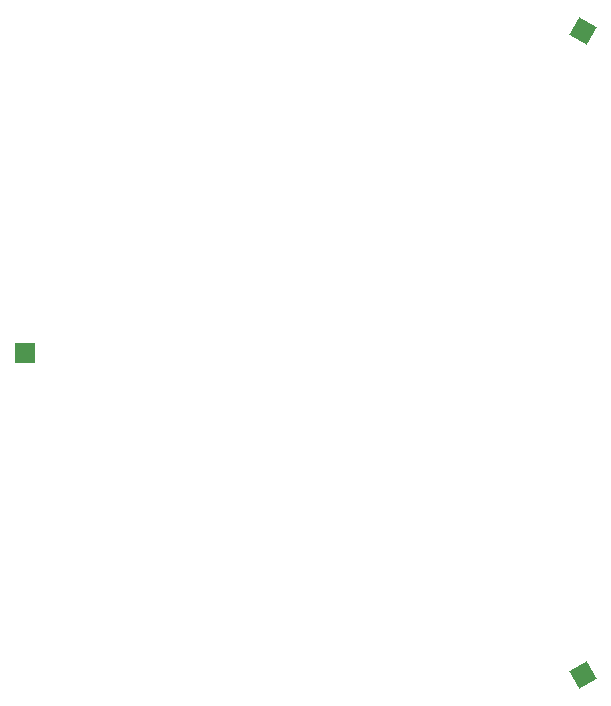
<source format=gbr>
%TF.GenerationSoftware,KiCad,Pcbnew,7.0.10*%
%TF.CreationDate,2024-03-15T14:32:04-04:00*%
%TF.ProjectId,new_middle,6e65775f-6d69-4646-946c-652e6b696361,rev?*%
%TF.SameCoordinates,Original*%
%TF.FileFunction,Copper,L1,Top*%
%TF.FilePolarity,Positive*%
%FSLAX46Y46*%
G04 Gerber Fmt 4.6, Leading zero omitted, Abs format (unit mm)*
G04 Created by KiCad (PCBNEW 7.0.10) date 2024-03-15 14:32:04*
%MOMM*%
%LPD*%
G01*
G04 APERTURE LIST*
G04 Aperture macros list*
%AMRotRect*
0 Rectangle, with rotation*
0 The origin of the aperture is its center*
0 $1 length*
0 $2 width*
0 $3 Rotation angle, in degrees counterclockwise*
0 Add horizontal line*
21,1,$1,$2,0,0,$3*%
G04 Aperture macros list end*
%TA.AperFunction,ComponentPad*%
%ADD10RotRect,1.700000X1.700000X60.000000*%
%TD*%
%TA.AperFunction,ComponentPad*%
%ADD11R,1.700000X1.700000*%
%TD*%
%TA.AperFunction,ComponentPad*%
%ADD12RotRect,1.700000X1.700000X120.000000*%
%TD*%
G04 APERTURE END LIST*
D10*
%TO.P,J102,1,Pin_1*%
%TO.N,unconnected-(J102-Pin_1-Pad1)*%
X65750000Y-22720000D03*
%TD*%
D11*
%TO.P,J101,1,Pin_1*%
%TO.N,unconnected-(J101-Pin_1-Pad1)*%
X18500000Y-50000000D03*
%TD*%
D12*
%TO.P,J103,1,Pin_1*%
%TO.N,unconnected-(J103-Pin_1-Pad1)*%
X65750000Y-77280000D03*
%TD*%
M02*

</source>
